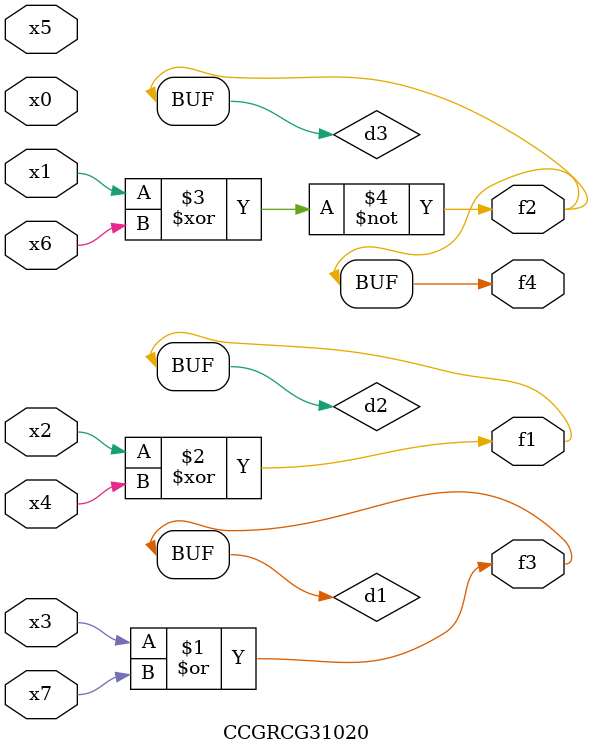
<source format=v>
module CCGRCG31020(
	input x0, x1, x2, x3, x4, x5, x6, x7,
	output f1, f2, f3, f4
);

	wire d1, d2, d3;

	or (d1, x3, x7);
	xor (d2, x2, x4);
	xnor (d3, x1, x6);
	assign f1 = d2;
	assign f2 = d3;
	assign f3 = d1;
	assign f4 = d3;
endmodule

</source>
